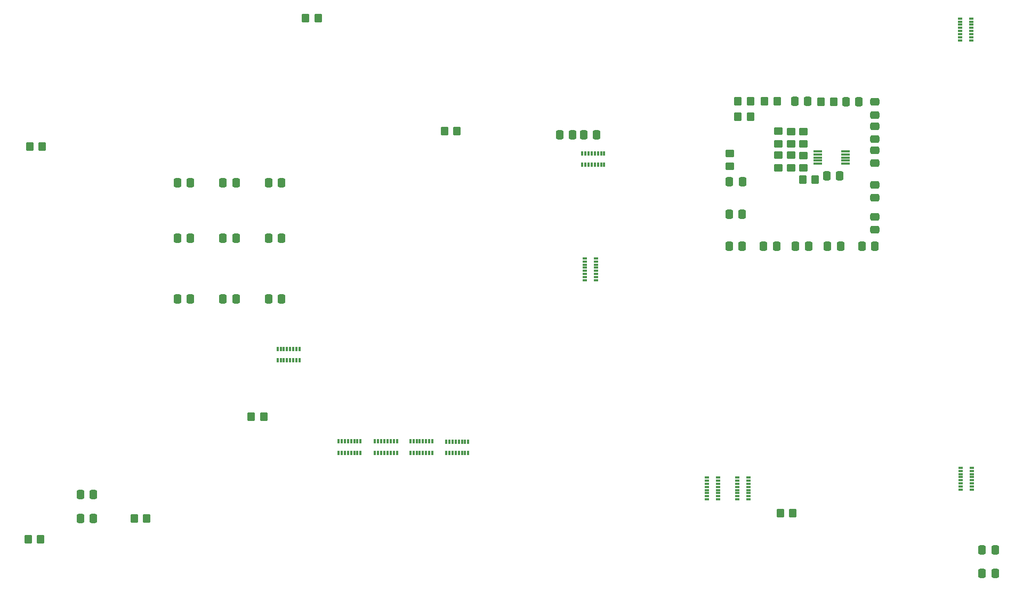
<source format=gbr>
G04 #@! TF.GenerationSoftware,KiCad,Pcbnew,7.0.5-0*
G04 #@! TF.CreationDate,2023-07-16T23:29:11+02:00*
G04 #@! TF.ProjectId,Z3660_v02,5a333636-305f-4763-9032-2e6b69636164,rev?*
G04 #@! TF.SameCoordinates,Original*
G04 #@! TF.FileFunction,Paste,Bot*
G04 #@! TF.FilePolarity,Positive*
%FSLAX46Y46*%
G04 Gerber Fmt 4.6, Leading zero omitted, Abs format (unit mm)*
G04 Created by KiCad (PCBNEW 7.0.5-0) date 2023-07-16 23:29:11*
%MOMM*%
%LPD*%
G01*
G04 APERTURE LIST*
G04 Aperture macros list*
%AMRoundRect*
0 Rectangle with rounded corners*
0 $1 Rounding radius*
0 $2 $3 $4 $5 $6 $7 $8 $9 X,Y pos of 4 corners*
0 Add a 4 corners polygon primitive as box body*
4,1,4,$2,$3,$4,$5,$6,$7,$8,$9,$2,$3,0*
0 Add four circle primitives for the rounded corners*
1,1,$1+$1,$2,$3*
1,1,$1+$1,$4,$5*
1,1,$1+$1,$6,$7*
1,1,$1+$1,$8,$9*
0 Add four rect primitives between the rounded corners*
20,1,$1+$1,$2,$3,$4,$5,0*
20,1,$1+$1,$4,$5,$6,$7,0*
20,1,$1+$1,$6,$7,$8,$9,0*
20,1,$1+$1,$8,$9,$2,$3,0*%
G04 Aperture macros list end*
%ADD10RoundRect,0.250000X-0.337500X-0.475000X0.337500X-0.475000X0.337500X0.475000X-0.337500X0.475000X0*%
%ADD11RoundRect,0.250000X0.350000X0.450000X-0.350000X0.450000X-0.350000X-0.450000X0.350000X-0.450000X0*%
%ADD12R,0.800000X0.300000*%
%ADD13R,0.300000X0.800000*%
%ADD14RoundRect,0.250000X-0.475000X0.337500X-0.475000X-0.337500X0.475000X-0.337500X0.475000X0.337500X0*%
%ADD15RoundRect,0.250000X0.450000X-0.350000X0.450000X0.350000X-0.450000X0.350000X-0.450000X-0.350000X0*%
%ADD16RoundRect,0.250000X-0.350000X-0.450000X0.350000X-0.450000X0.350000X0.450000X-0.350000X0.450000X0*%
%ADD17RoundRect,0.250000X0.475000X-0.337500X0.475000X0.337500X-0.475000X0.337500X-0.475000X-0.337500X0*%
%ADD18RoundRect,0.250000X0.337500X0.475000X-0.337500X0.475000X-0.337500X-0.475000X0.337500X-0.475000X0*%
%ADD19R,1.400000X0.300000*%
G04 APERTURE END LIST*
D10*
X246917300Y-115239800D03*
X248992300Y-115239800D03*
D11*
X161534600Y-48681200D03*
X163534600Y-48681200D03*
D12*
X204989000Y-103676000D03*
X204989000Y-104176000D03*
X204989000Y-104676000D03*
X204989000Y-105176000D03*
X204989000Y-105676000D03*
X204989000Y-106176000D03*
X204989000Y-106676000D03*
X204989000Y-107176000D03*
X203189000Y-107176000D03*
X203189000Y-106676000D03*
X203189000Y-106176000D03*
X203189000Y-105676000D03*
X203189000Y-105176000D03*
X203189000Y-104676000D03*
X203189000Y-104176000D03*
X203189000Y-103676000D03*
X243531000Y-105636000D03*
X243531000Y-105136000D03*
X243531000Y-104636000D03*
X243531000Y-104136000D03*
X243531000Y-103636000D03*
X243531000Y-103136000D03*
X243531000Y-102636000D03*
X243531000Y-102136000D03*
X245331000Y-102136000D03*
X245331000Y-102636000D03*
X245331000Y-103136000D03*
X245331000Y-103636000D03*
X245331000Y-104136000D03*
X245331000Y-104636000D03*
X245331000Y-105136000D03*
X245331000Y-105636000D03*
D13*
X183416000Y-52186000D03*
X183916000Y-52186000D03*
X184416000Y-52186000D03*
X184916000Y-52186000D03*
X185416000Y-52186000D03*
X185916000Y-52186000D03*
X186416000Y-52186000D03*
X186916000Y-52186000D03*
X186916000Y-53986000D03*
X186416000Y-53986000D03*
X185916000Y-53986000D03*
X185416000Y-53986000D03*
X184916000Y-53986000D03*
X184416000Y-53986000D03*
X183916000Y-53986000D03*
X183416000Y-53986000D03*
D12*
X245237000Y-30758000D03*
X245237000Y-31258000D03*
X245237000Y-31758000D03*
X245237000Y-32258000D03*
X245237000Y-32758000D03*
X245237000Y-33258000D03*
X245237000Y-33758000D03*
X245237000Y-34258000D03*
X243437000Y-34258000D03*
X243437000Y-33758000D03*
X243437000Y-33258000D03*
X243437000Y-32758000D03*
X243437000Y-32258000D03*
X243437000Y-31758000D03*
X243437000Y-31258000D03*
X243437000Y-30758000D03*
X183822000Y-72362000D03*
X183822000Y-71862000D03*
X183822000Y-71362000D03*
X183822000Y-70862000D03*
X183822000Y-70362000D03*
X183822000Y-69862000D03*
X183822000Y-69362000D03*
X183822000Y-68862000D03*
X185622000Y-68862000D03*
X185622000Y-69362000D03*
X185622000Y-69862000D03*
X185622000Y-70362000D03*
X185622000Y-70862000D03*
X185622000Y-71362000D03*
X185622000Y-71862000D03*
X185622000Y-72362000D03*
D14*
X229870000Y-44026000D03*
X229870000Y-46101000D03*
D10*
X103717200Y-110210600D03*
X105792200Y-110210600D03*
D15*
X206883000Y-52213000D03*
X206883000Y-54213000D03*
D16*
X210143600Y-46380400D03*
X208143600Y-46380400D03*
X214360000Y-43942000D03*
X212360000Y-43942000D03*
X114258600Y-110200000D03*
X112258600Y-110200000D03*
D12*
X208015000Y-107176000D03*
X208015000Y-106676000D03*
X208015000Y-106176000D03*
X208015000Y-105676000D03*
X208015000Y-105176000D03*
X208015000Y-104676000D03*
X208015000Y-104176000D03*
X208015000Y-103676000D03*
X209815000Y-103676000D03*
X209815000Y-104176000D03*
X209815000Y-104676000D03*
X209815000Y-105176000D03*
X209815000Y-105676000D03*
X209815000Y-106176000D03*
X209815000Y-106676000D03*
X209815000Y-107176000D03*
D13*
X135029000Y-83301000D03*
X135529000Y-83301000D03*
X136029000Y-83301000D03*
X136529000Y-83301000D03*
X137029000Y-83301000D03*
X137529000Y-83301000D03*
X138029000Y-83301000D03*
X138529000Y-83301000D03*
X138529000Y-85101000D03*
X138029000Y-85101000D03*
X137529000Y-85101000D03*
X137029000Y-85101000D03*
X136529000Y-85101000D03*
X136029000Y-85101000D03*
X135529000Y-85101000D03*
X135029000Y-85101000D03*
X165312800Y-99783200D03*
X164812800Y-99783200D03*
X164312800Y-99783200D03*
X163812800Y-99783200D03*
X163312800Y-99783200D03*
X162812800Y-99783200D03*
X162312800Y-99783200D03*
X161812800Y-99783200D03*
X161812800Y-97983200D03*
X162312800Y-97983200D03*
X162812800Y-97983200D03*
X163312800Y-97983200D03*
X163812800Y-97983200D03*
X164312800Y-97983200D03*
X164812800Y-97983200D03*
X165312800Y-97983200D03*
X154004400Y-99763000D03*
X153504400Y-99763000D03*
X153004400Y-99763000D03*
X152504400Y-99763000D03*
X152004400Y-99763000D03*
X151504400Y-99763000D03*
X151004400Y-99763000D03*
X150504400Y-99763000D03*
X150504400Y-97963000D03*
X151004400Y-97963000D03*
X151504400Y-97963000D03*
X152004400Y-97963000D03*
X152504400Y-97963000D03*
X153004400Y-97963000D03*
X153504400Y-97963000D03*
X154004400Y-97963000D03*
X148212000Y-99763000D03*
X147712000Y-99763000D03*
X147212000Y-99763000D03*
X146712000Y-99763000D03*
X146212000Y-99763000D03*
X145712000Y-99763000D03*
X145212000Y-99763000D03*
X144712000Y-99763000D03*
X144712000Y-97963000D03*
X145212000Y-97963000D03*
X145712000Y-97963000D03*
X146212000Y-97963000D03*
X146712000Y-97963000D03*
X147212000Y-97963000D03*
X147712000Y-97963000D03*
X148212000Y-97963000D03*
D17*
X229870000Y-49932500D03*
X229870000Y-47857500D03*
D10*
X103717200Y-106400600D03*
X105792200Y-106400600D03*
X246917300Y-118922800D03*
X248992300Y-118922800D03*
D16*
X210143600Y-43942000D03*
X208143600Y-43942000D03*
D13*
X159623200Y-99763000D03*
X159123200Y-99763000D03*
X158623200Y-99763000D03*
X158123200Y-99763000D03*
X157623200Y-99763000D03*
X157123200Y-99763000D03*
X156623200Y-99763000D03*
X156123200Y-99763000D03*
X156123200Y-97963000D03*
X156623200Y-97963000D03*
X157123200Y-97963000D03*
X157623200Y-97963000D03*
X158123200Y-97963000D03*
X158623200Y-97963000D03*
X159123200Y-97963000D03*
X159623200Y-97963000D03*
D11*
X214868000Y-109393000D03*
X216868000Y-109393000D03*
X139462000Y-30734000D03*
X141462000Y-30734000D03*
D10*
X126343500Y-56896000D03*
X128418500Y-56896000D03*
D18*
X121179500Y-65659000D03*
X119104500Y-65659000D03*
D10*
X126343500Y-65659000D03*
X128418500Y-65659000D03*
X133582500Y-65659000D03*
X135657500Y-65659000D03*
D18*
X121179500Y-75311000D03*
X119104500Y-75311000D03*
X128418500Y-75311000D03*
X126343500Y-75311000D03*
X229891500Y-66929000D03*
X227816500Y-66929000D03*
D10*
X212195500Y-66929000D03*
X214270500Y-66929000D03*
X217275500Y-66929000D03*
X219350500Y-66929000D03*
X222355500Y-66929000D03*
X224430500Y-66929000D03*
D14*
X229870000Y-57192000D03*
X229870000Y-59267000D03*
X229870000Y-51667500D03*
X229870000Y-53742500D03*
D10*
X206756500Y-66929000D03*
X208831500Y-66929000D03*
D14*
X229870000Y-62272000D03*
X229870000Y-64347000D03*
D10*
X206734500Y-61849000D03*
X208809500Y-61849000D03*
X133582500Y-56896000D03*
X135657500Y-56896000D03*
X119104500Y-56896000D03*
X121179500Y-56896000D03*
D18*
X185695500Y-49276000D03*
X183620500Y-49276000D03*
D10*
X179810500Y-49276000D03*
X181885500Y-49276000D03*
D18*
X227351500Y-43992800D03*
X225276500Y-43992800D03*
D10*
X206798000Y-56705500D03*
X208873000Y-56705500D03*
X133582500Y-75311000D03*
X135657500Y-75311000D03*
X217170500Y-43942000D03*
X219245500Y-43942000D03*
D18*
X224303500Y-55778400D03*
X222228500Y-55778400D03*
D11*
X95418400Y-113487200D03*
X97418400Y-113487200D03*
D15*
X216560400Y-48698400D03*
X216560400Y-50698400D03*
D16*
X132826000Y-94004000D03*
X130826000Y-94004000D03*
D11*
X218421200Y-56388000D03*
X220421200Y-56388000D03*
D15*
X214579200Y-52492400D03*
X214579200Y-54492400D03*
D11*
X95672400Y-51104800D03*
X97672400Y-51104800D03*
D15*
X218541600Y-52508400D03*
X218541600Y-54508400D03*
X218541600Y-48698400D03*
X218541600Y-50698400D03*
D19*
X220796400Y-53848000D03*
X220796400Y-53348000D03*
X220796400Y-52848000D03*
X220796400Y-52348000D03*
X220796400Y-51848000D03*
X225196400Y-51848000D03*
X225196400Y-52348000D03*
X225196400Y-52848000D03*
X225196400Y-53348000D03*
X225196400Y-53848000D03*
D15*
X214579200Y-48682400D03*
X214579200Y-50682400D03*
X216560400Y-52492400D03*
X216560400Y-54492400D03*
D11*
X221351600Y-43992800D03*
X223351600Y-43992800D03*
M02*

</source>
